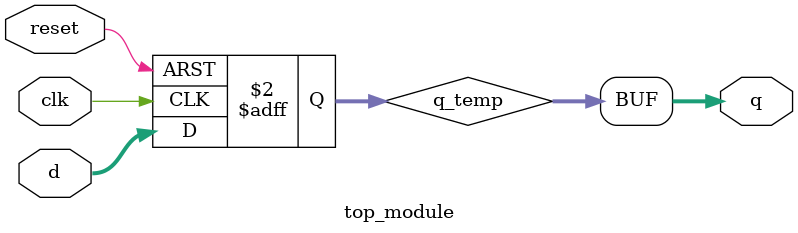
<source format=sv>
module top_module(
	input clk,
	input [7:0] d,
	input reset,
	output reg [7:0] q);
	
	// Create 8 D flip-flops
	reg [7:0] q_temp;
	always @ (negedge clk or posedge reset) begin
		if (reset)
			q_temp <= 8'b00110100; // reset to 0x34
		else
			q_temp <= d;
	end
	
	// Assign the values of q_temp to q
	assign q = q_temp;
	
endmodule

</source>
